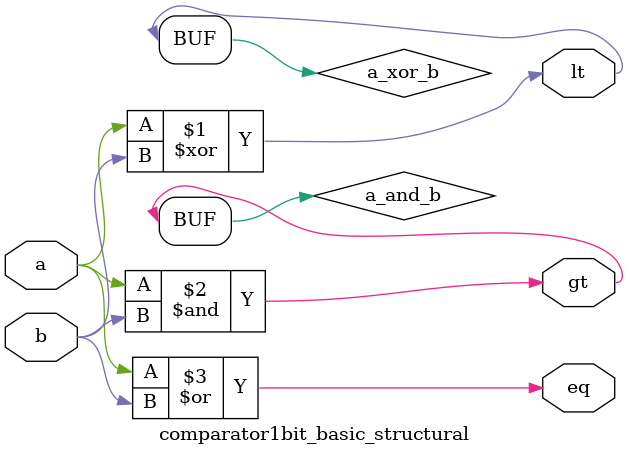
<source format=v>
module comparator1bit_basic_structural(input a, input b, output reg eq, output reg gt, output reg lt);

    wire a_xor_b, a_and_b;
    wire a_nor_b;

    xor u_xor(a_xor_b, a, b);
    and u_and(a_and_b, a, b);
    nor u_nor(a_nor_b, a, b);

    assign eq = ~a_nor_b;
    assign gt = a_and_b;
    assign lt = a_xor_b;

endmodule



</source>
